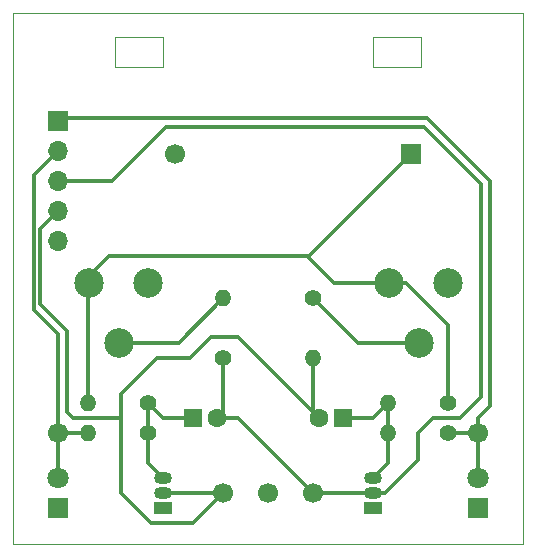
<source format=gbr>
G04 #@! TF.GenerationSoftware,KiCad,Pcbnew,(5.1.9)-1*
G04 #@! TF.CreationDate,2021-08-19T15:30:01-05:00*
G04 #@! TF.ProjectId,astable_dev,61737461-626c-4655-9f64-65762e6b6963,1*
G04 #@! TF.SameCoordinates,Original*
G04 #@! TF.FileFunction,Copper,L1,Top*
G04 #@! TF.FilePolarity,Positive*
%FSLAX46Y46*%
G04 Gerber Fmt 4.6, Leading zero omitted, Abs format (unit mm)*
G04 Created by KiCad (PCBNEW (5.1.9)-1) date 2021-08-19 15:30:01*
%MOMM*%
%LPD*%
G01*
G04 APERTURE LIST*
G04 #@! TA.AperFunction,Profile*
%ADD10C,0.050000*%
G04 #@! TD*
G04 #@! TA.AperFunction,ComponentPad*
%ADD11R,1.700000X1.700000*%
G04 #@! TD*
G04 #@! TA.AperFunction,ComponentPad*
%ADD12C,1.700000*%
G04 #@! TD*
G04 #@! TA.AperFunction,ComponentPad*
%ADD13R,1.600000X1.600000*%
G04 #@! TD*
G04 #@! TA.AperFunction,ComponentPad*
%ADD14C,1.600000*%
G04 #@! TD*
G04 #@! TA.AperFunction,ComponentPad*
%ADD15C,1.800000*%
G04 #@! TD*
G04 #@! TA.AperFunction,ComponentPad*
%ADD16R,1.800000X1.800000*%
G04 #@! TD*
G04 #@! TA.AperFunction,ComponentPad*
%ADD17O,1.500000X1.050000*%
G04 #@! TD*
G04 #@! TA.AperFunction,ComponentPad*
%ADD18R,1.500000X1.050000*%
G04 #@! TD*
G04 #@! TA.AperFunction,ComponentPad*
%ADD19O,1.400000X1.400000*%
G04 #@! TD*
G04 #@! TA.AperFunction,ComponentPad*
%ADD20C,1.400000*%
G04 #@! TD*
G04 #@! TA.AperFunction,ComponentPad*
%ADD21C,2.500000*%
G04 #@! TD*
G04 #@! TA.AperFunction,ComponentPad*
%ADD22O,1.700000X1.700000*%
G04 #@! TD*
G04 #@! TA.AperFunction,Conductor*
%ADD23C,0.300000*%
G04 #@! TD*
G04 APERTURE END LIST*
D10*
X120396000Y-75692000D02*
X124460000Y-75692000D01*
X120396000Y-73152000D02*
X120396000Y-75692000D01*
X124460000Y-75692000D02*
X124460000Y-73152000D01*
X124460000Y-73152000D02*
X120396000Y-73152000D01*
X146304000Y-75692000D02*
X146304000Y-73152000D01*
X142240000Y-75692000D02*
X146304000Y-75692000D01*
X142240000Y-73152000D02*
X142240000Y-75692000D01*
X146304000Y-73152000D02*
X142240000Y-73152000D01*
X111760000Y-116078000D02*
X154940000Y-116078000D01*
X111760000Y-71120000D02*
X111760000Y-116078000D01*
X154940000Y-71120000D02*
X111760000Y-71120000D01*
X154940000Y-116078000D02*
X154940000Y-71120000D01*
D11*
G04 #@! TO.P,BT1,1*
G04 #@! TO.N,Net-(BT1-Pad1)*
X145428000Y-83058000D03*
D12*
G04 #@! TO.P,BT1,2*
G04 #@! TO.N,GND*
X125428000Y-83058000D03*
G04 #@! TD*
D13*
G04 #@! TO.P,C1,1*
G04 #@! TO.N,Net-(C1-Pad1)*
X139700000Y-105410000D03*
D14*
G04 #@! TO.P,C1,2*
G04 #@! TO.N,TP4*
X137700000Y-105410000D03*
G04 #@! TD*
G04 #@! TO.P,C2,2*
G04 #@! TO.N,TP3*
X129000000Y-105410000D03*
D13*
G04 #@! TO.P,C2,1*
G04 #@! TO.N,Net-(C2-Pad1)*
X127000000Y-105410000D03*
G04 #@! TD*
D15*
G04 #@! TO.P,D1,2*
G04 #@! TO.N,TP1*
X151130000Y-110490000D03*
D16*
G04 #@! TO.P,D1,1*
G04 #@! TO.N,GND*
X151130000Y-113030000D03*
G04 #@! TD*
G04 #@! TO.P,D2,1*
G04 #@! TO.N,GND*
X115570000Y-113030000D03*
D15*
G04 #@! TO.P,D2,2*
G04 #@! TO.N,TP2*
X115570000Y-110490000D03*
G04 #@! TD*
D17*
G04 #@! TO.P,Q1,2*
G04 #@! TO.N,TP3*
X142240000Y-111760000D03*
G04 #@! TO.P,Q1,3*
G04 #@! TO.N,Net-(C1-Pad1)*
X142240000Y-110490000D03*
D18*
G04 #@! TO.P,Q1,1*
G04 #@! TO.N,GND*
X142240000Y-113030000D03*
G04 #@! TD*
G04 #@! TO.P,Q2,1*
G04 #@! TO.N,GND*
X124460000Y-113030000D03*
D17*
G04 #@! TO.P,Q2,3*
G04 #@! TO.N,Net-(C2-Pad1)*
X124460000Y-110490000D03*
G04 #@! TO.P,Q2,2*
G04 #@! TO.N,TP4*
X124460000Y-111760000D03*
G04 #@! TD*
D19*
G04 #@! TO.P,R1,2*
G04 #@! TO.N,TP4*
X137160000Y-100330000D03*
D20*
G04 #@! TO.P,R1,1*
G04 #@! TO.N,Net-(R1-Pad1)*
X137160000Y-95250000D03*
G04 #@! TD*
G04 #@! TO.P,R2,1*
G04 #@! TO.N,TP3*
X129540000Y-100330000D03*
D19*
G04 #@! TO.P,R2,2*
G04 #@! TO.N,Net-(R2-Pad2)*
X129540000Y-95250000D03*
G04 #@! TD*
D20*
G04 #@! TO.P,R3,1*
G04 #@! TO.N,Net-(BT1-Pad1)*
X148590000Y-104140000D03*
D19*
G04 #@! TO.P,R3,2*
G04 #@! TO.N,Net-(C1-Pad1)*
X143510000Y-104140000D03*
G04 #@! TD*
G04 #@! TO.P,R4,2*
G04 #@! TO.N,Net-(BT1-Pad1)*
X118110000Y-104140000D03*
D20*
G04 #@! TO.P,R4,1*
G04 #@! TO.N,Net-(C2-Pad1)*
X123190000Y-104140000D03*
G04 #@! TD*
G04 #@! TO.P,R5,1*
G04 #@! TO.N,TP1*
X148590000Y-106680000D03*
D19*
G04 #@! TO.P,R5,2*
G04 #@! TO.N,Net-(C1-Pad1)*
X143510000Y-106680000D03*
G04 #@! TD*
G04 #@! TO.P,R6,2*
G04 #@! TO.N,TP2*
X118110000Y-106680000D03*
D20*
G04 #@! TO.P,R6,1*
G04 #@! TO.N,Net-(C2-Pad1)*
X123190000Y-106680000D03*
G04 #@! TD*
D21*
G04 #@! TO.P,RV1,1*
G04 #@! TO.N,Net-(RV1-Pad1)*
X148590000Y-93980000D03*
G04 #@! TO.P,RV1,3*
G04 #@! TO.N,Net-(BT1-Pad1)*
X143590000Y-93980000D03*
G04 #@! TO.P,RV1,2*
G04 #@! TO.N,Net-(R1-Pad1)*
X146090000Y-99020000D03*
G04 #@! TD*
G04 #@! TO.P,RV2,2*
G04 #@! TO.N,Net-(R2-Pad2)*
X120690000Y-99020000D03*
G04 #@! TO.P,RV2,3*
G04 #@! TO.N,Net-(BT1-Pad1)*
X118190000Y-93980000D03*
G04 #@! TO.P,RV2,1*
G04 #@! TO.N,Net-(RV2-Pad1)*
X123190000Y-93980000D03*
G04 #@! TD*
D12*
G04 #@! TO.P,TP1,1*
G04 #@! TO.N,TP1*
X151130000Y-106680000D03*
G04 #@! TD*
G04 #@! TO.P,TP2,1*
G04 #@! TO.N,TP2*
X115570000Y-106680000D03*
G04 #@! TD*
G04 #@! TO.P,TP3,1*
G04 #@! TO.N,TP3*
X137160000Y-111760000D03*
G04 #@! TD*
G04 #@! TO.P,TP4,1*
G04 #@! TO.N,TP4*
X129540000Y-111760000D03*
G04 #@! TD*
G04 #@! TO.P,GND,1*
G04 #@! TO.N,GND*
X133350000Y-111760000D03*
G04 #@! TD*
D22*
G04 #@! TO.P,TPJ1,5*
G04 #@! TO.N,GND*
X115570000Y-90424000D03*
G04 #@! TO.P,TPJ1,4*
G04 #@! TO.N,TP4*
X115570000Y-87884000D03*
G04 #@! TO.P,TPJ1,3*
G04 #@! TO.N,TP3*
X115570000Y-85344000D03*
G04 #@! TO.P,TPJ1,2*
G04 #@! TO.N,TP2*
X115570000Y-82804000D03*
D11*
G04 #@! TO.P,TPJ1,1*
G04 #@! TO.N,TP1*
X115570000Y-80264000D03*
G04 #@! TD*
D23*
G04 #@! TO.N,Net-(BT1-Pad1)*
X118110000Y-94060000D02*
X118190000Y-93980000D01*
X118110000Y-104140000D02*
X118110000Y-94060000D01*
X118190000Y-93980000D02*
X118190000Y-93392000D01*
X118190000Y-93392000D02*
X119888000Y-91694000D01*
X136792000Y-91694000D02*
X145428000Y-83058000D01*
X138938000Y-93980000D02*
X136652000Y-91694000D01*
X143590000Y-93980000D02*
X138938000Y-93980000D01*
X136652000Y-91694000D02*
X136792000Y-91694000D01*
X119888000Y-91694000D02*
X136652000Y-91694000D01*
X148590000Y-104140000D02*
X148590000Y-97536000D01*
X145034000Y-93980000D02*
X143590000Y-93980000D01*
X148590000Y-97536000D02*
X145034000Y-93980000D01*
G04 #@! TO.N,Net-(C1-Pad1)*
X142240000Y-105410000D02*
X143510000Y-104140000D01*
X139700000Y-105410000D02*
X142240000Y-105410000D01*
X143510000Y-104140000D02*
X143510000Y-106680000D01*
X143510000Y-109220000D02*
X142240000Y-110490000D01*
X143510000Y-106680000D02*
X143510000Y-109220000D01*
G04 #@! TO.N,TP4*
X137160000Y-104870000D02*
X137700000Y-105410000D01*
X137160000Y-100330000D02*
X137160000Y-104870000D01*
X129540000Y-111760000D02*
X124460000Y-111760000D01*
X114046000Y-89408000D02*
X115570000Y-87884000D01*
X114046000Y-95758000D02*
X114046000Y-89408000D01*
X116332000Y-98044000D02*
X114046000Y-95758000D01*
X116332000Y-104902000D02*
X116332000Y-98044000D01*
X116840000Y-105410000D02*
X116332000Y-104902000D01*
X127000000Y-114300000D02*
X129540000Y-111760000D01*
X120904000Y-111760000D02*
X123444000Y-114300000D01*
X126746000Y-100330000D02*
X123952000Y-100330000D01*
X128524000Y-98552000D02*
X126746000Y-100330000D01*
X130842000Y-98552000D02*
X128524000Y-98552000D01*
X123444000Y-114300000D02*
X127000000Y-114300000D01*
X123952000Y-100330000D02*
X120904000Y-103378000D01*
X137700000Y-105410000D02*
X130842000Y-98552000D01*
X116840000Y-105410000D02*
X120904000Y-105410000D01*
X120904000Y-105410000D02*
X120904000Y-111760000D01*
X120904000Y-103378000D02*
X120904000Y-105410000D01*
G04 #@! TO.N,TP3*
X129540000Y-104870000D02*
X129000000Y-105410000D01*
X129540000Y-100330000D02*
X129540000Y-104870000D01*
X130810000Y-105410000D02*
X137160000Y-111760000D01*
X129000000Y-105410000D02*
X130810000Y-105410000D01*
X137160000Y-111760000D02*
X142240000Y-111760000D01*
X143256000Y-111760000D02*
X142240000Y-111760000D01*
X146050000Y-108966000D02*
X143256000Y-111760000D01*
X147320000Y-105410000D02*
X146050000Y-106680000D01*
X149606000Y-105410000D02*
X147320000Y-105410000D01*
X146050000Y-106680000D02*
X146050000Y-108966000D01*
X151384000Y-103632000D02*
X149606000Y-105410000D01*
X151384000Y-85598000D02*
X151384000Y-103632000D01*
X146558000Y-80772000D02*
X151384000Y-85598000D01*
X124714000Y-80772000D02*
X146558000Y-80772000D01*
X120142000Y-85344000D02*
X124714000Y-80772000D01*
X115570000Y-85344000D02*
X120142000Y-85344000D01*
G04 #@! TO.N,Net-(C2-Pad1)*
X124460000Y-105410000D02*
X123190000Y-104140000D01*
X127000000Y-105410000D02*
X124460000Y-105410000D01*
X123190000Y-104140000D02*
X123190000Y-106680000D01*
X123190000Y-109220000D02*
X124460000Y-110490000D01*
X123190000Y-106680000D02*
X123190000Y-109220000D01*
G04 #@! TO.N,TP1*
X148590000Y-106680000D02*
X151130000Y-106680000D01*
X151130000Y-106680000D02*
X151130000Y-110490000D01*
X115824000Y-80010000D02*
X115570000Y-80264000D01*
X146812000Y-80010000D02*
X115824000Y-80010000D01*
X152146000Y-85344000D02*
X146812000Y-80010000D01*
X152146000Y-104394000D02*
X152146000Y-85344000D01*
X151130000Y-105410000D02*
X152146000Y-104394000D01*
X151130000Y-106680000D02*
X151130000Y-105410000D01*
G04 #@! TO.N,TP2*
X118110000Y-106680000D02*
X115570000Y-106680000D01*
X115570000Y-106680000D02*
X115570000Y-110490000D01*
X115570000Y-106680000D02*
X115570000Y-98298000D01*
X115570000Y-98298000D02*
X113538000Y-96266000D01*
X113538000Y-84836000D02*
X115570000Y-82804000D01*
X113538000Y-96266000D02*
X113538000Y-84836000D01*
G04 #@! TO.N,Net-(R1-Pad1)*
X140930000Y-99020000D02*
X137160000Y-95250000D01*
X146090000Y-99020000D02*
X140930000Y-99020000D01*
G04 #@! TO.N,Net-(R2-Pad2)*
X125770000Y-99020000D02*
X129540000Y-95250000D01*
X120690000Y-99020000D02*
X125770000Y-99020000D01*
G04 #@! TD*
M02*

</source>
